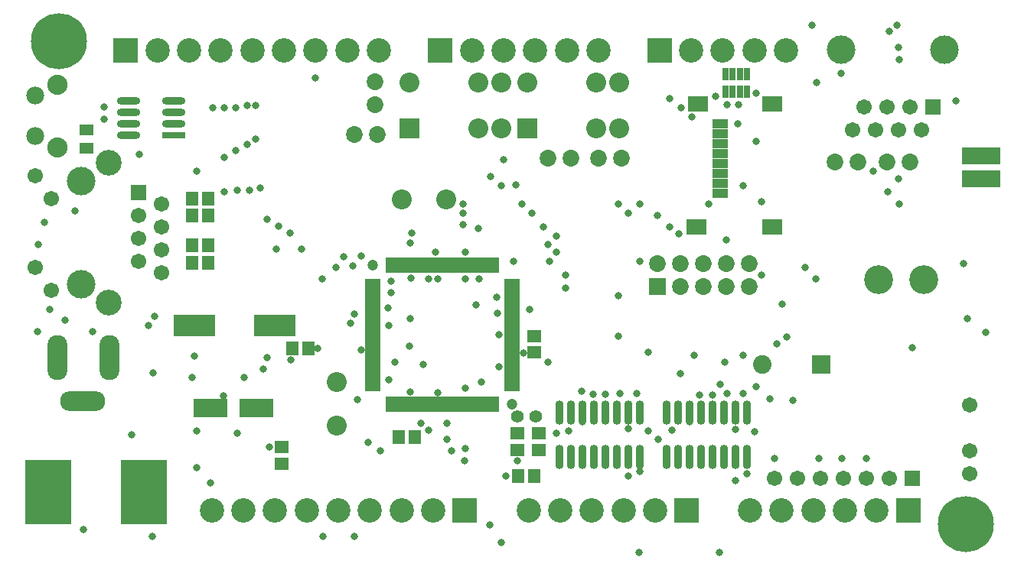
<source format=gts>
%FSTAX24Y24*%
%MOIN*%
G70*
G01*
G75*
G04 Layer_Color=8388736*
%ADD10C,0.0100*%
%ADD11O,0.0276X0.0984*%
%ADD12R,0.0787X0.0571*%
%ADD13R,0.0591X0.0315*%
%ADD14R,0.0551X0.0472*%
%ADD15R,0.0472X0.0551*%
%ADD16R,0.0118X0.0591*%
%ADD17R,0.0591X0.0118*%
%ADD18C,0.0394*%
%ADD19R,0.0472X0.0532*%
%ADD20R,0.0532X0.0472*%
%ADD21R,0.1969X0.2756*%
%ADD22R,0.1732X0.0866*%
%ADD23R,0.1378X0.0748*%
%ADD24R,0.0177X0.0453*%
%ADD25R,0.1575X0.0670*%
%ADD26R,0.0945X0.0236*%
%ADD27O,0.0945X0.0236*%
%ADD28R,0.0512X0.0394*%
%ADD29C,0.0300*%
%ADD30C,0.0120*%
%ADD31C,0.0472*%
%ADD32C,0.0984*%
%ADD33R,0.0984X0.0984*%
%ADD34C,0.0650*%
%ADD35C,0.1161*%
%ADD36C,0.0591*%
%ADD37R,0.0591X0.0591*%
%ADD38C,0.0591*%
%ADD39R,0.0591X0.0591*%
%ADD40C,0.1181*%
%ADD41C,0.0787*%
%ADD42R,0.0728X0.0728*%
%ADD43C,0.0728*%
%ADD44R,0.0650X0.0650*%
%ADD45R,0.0787X0.0787*%
%ADD46C,0.1043*%
%ADD47R,0.0591X0.0591*%
%ADD48O,0.1890X0.0787*%
%ADD49O,0.0787X0.1890*%
%ADD50C,0.0700*%
%ADD51C,0.0800*%
%ADD52C,0.2362*%
%ADD53C,0.0240*%
%ADD54R,0.0374X0.0335*%
%ADD55O,0.0866X0.0236*%
%ADD56O,0.0709X0.0177*%
%ADD57O,0.0236X0.0906*%
%ADD58R,0.1634X0.0374*%
%ADD59R,0.3701X0.3228*%
%ADD60R,0.0906X0.0906*%
%ADD61R,0.0472X0.0256*%
%ADD62C,0.0200*%
%ADD63O,0.0356X0.1064*%
%ADD64R,0.0867X0.0651*%
%ADD65R,0.0671X0.0395*%
%ADD66R,0.0631X0.0552*%
%ADD67R,0.0552X0.0631*%
%ADD68R,0.0198X0.0671*%
%ADD69R,0.0671X0.0198*%
%ADD70C,0.0474*%
%ADD71R,0.0552X0.0612*%
%ADD72R,0.0612X0.0552*%
%ADD73R,0.2049X0.2836*%
%ADD74R,0.1812X0.0946*%
%ADD75R,0.1458X0.0828*%
%ADD76R,0.0257X0.0533*%
%ADD77R,0.1655X0.0750*%
%ADD78R,0.1025X0.0316*%
%ADD79O,0.1025X0.0316*%
%ADD80R,0.0592X0.0474*%
%ADD81C,0.0552*%
%ADD82C,0.1064*%
%ADD83R,0.1064X0.1064*%
%ADD84C,0.0730*%
%ADD85C,0.1241*%
%ADD86C,0.0671*%
%ADD87R,0.0671X0.0671*%
%ADD88C,0.0671*%
%ADD89R,0.0671X0.0671*%
%ADD90C,0.1261*%
%ADD91C,0.0867*%
%ADD92R,0.0808X0.0808*%
%ADD93C,0.0808*%
%ADD94R,0.0730X0.0730*%
%ADD95R,0.0867X0.0867*%
%ADD96C,0.1123*%
%ADD97R,0.0671X0.0671*%
%ADD98O,0.1970X0.0867*%
%ADD99O,0.0867X0.1970*%
%ADD100C,0.0780*%
%ADD101C,0.0880*%
%ADD102C,0.2442*%
%ADD103C,0.0320*%
D63*
X0443Y018685D02*
D03*
X0448D02*
D03*
X0453D02*
D03*
X0458D02*
D03*
X0463D02*
D03*
X0468D02*
D03*
X0473D02*
D03*
X0478D02*
D03*
X0443Y020615D02*
D03*
X0448D02*
D03*
X0453D02*
D03*
X0458D02*
D03*
X0463D02*
D03*
X0468D02*
D03*
X0473D02*
D03*
X0478D02*
D03*
X04895Y018677D02*
D03*
X04945D02*
D03*
X04995D02*
D03*
X05045D02*
D03*
X05095D02*
D03*
X05145D02*
D03*
X05195D02*
D03*
X05245D02*
D03*
X04895Y020606D02*
D03*
X04945D02*
D03*
X04995D02*
D03*
X05045D02*
D03*
X05095D02*
D03*
X05145D02*
D03*
X05195D02*
D03*
X05245D02*
D03*
D64*
X050316Y034074D02*
D03*
X053544D02*
D03*
X050276Y02872D02*
D03*
X053544D02*
D03*
D65*
X0513Y031033D02*
D03*
Y030167D02*
D03*
Y033198D02*
D03*
Y031899D02*
D03*
Y0306D02*
D03*
Y031466D02*
D03*
Y032332D02*
D03*
Y032765D02*
D03*
D66*
X04245Y019704D02*
D03*
Y018996D02*
D03*
X0434Y019704D02*
D03*
Y018996D02*
D03*
D67*
X043204Y01785D02*
D03*
X042496D02*
D03*
D68*
X041562Y027032D02*
D03*
X041365D02*
D03*
X041168D02*
D03*
X040972D02*
D03*
X040775D02*
D03*
X040578D02*
D03*
X040381D02*
D03*
X040184D02*
D03*
X039987D02*
D03*
X039791D02*
D03*
X039594D02*
D03*
X039397D02*
D03*
X0392D02*
D03*
X039003D02*
D03*
X038806D02*
D03*
X038609D02*
D03*
X038413D02*
D03*
X038216D02*
D03*
X038019D02*
D03*
X037822D02*
D03*
X037625D02*
D03*
X037428D02*
D03*
X037232D02*
D03*
X037035D02*
D03*
X036838D02*
D03*
Y020968D02*
D03*
X037035D02*
D03*
X037232D02*
D03*
X037428D02*
D03*
X037625D02*
D03*
X037822D02*
D03*
X038019D02*
D03*
X038216D02*
D03*
X038413D02*
D03*
X038609D02*
D03*
X038806D02*
D03*
X039003D02*
D03*
X0392D02*
D03*
X039397D02*
D03*
X039594D02*
D03*
X039791D02*
D03*
X039987D02*
D03*
X040184D02*
D03*
X040381D02*
D03*
X040578D02*
D03*
X040775D02*
D03*
X040972D02*
D03*
X041168D02*
D03*
X041365D02*
D03*
X041562D02*
D03*
D69*
X036168Y026362D02*
D03*
Y026165D02*
D03*
Y025968D02*
D03*
Y025772D02*
D03*
Y025575D02*
D03*
Y025378D02*
D03*
Y025181D02*
D03*
Y024984D02*
D03*
Y024787D02*
D03*
Y024591D02*
D03*
Y024394D02*
D03*
Y024197D02*
D03*
Y024D02*
D03*
Y023803D02*
D03*
Y023606D02*
D03*
Y023409D02*
D03*
Y023213D02*
D03*
Y023016D02*
D03*
Y022819D02*
D03*
Y022622D02*
D03*
Y022425D02*
D03*
Y022228D02*
D03*
Y022032D02*
D03*
Y021835D02*
D03*
Y021638D02*
D03*
X042231D02*
D03*
Y021835D02*
D03*
Y022032D02*
D03*
Y022228D02*
D03*
Y022425D02*
D03*
Y022622D02*
D03*
Y022819D02*
D03*
Y023016D02*
D03*
Y023213D02*
D03*
Y023409D02*
D03*
Y023606D02*
D03*
Y023803D02*
D03*
Y024D02*
D03*
Y024197D02*
D03*
Y024394D02*
D03*
Y024591D02*
D03*
Y024787D02*
D03*
Y024984D02*
D03*
Y025181D02*
D03*
Y025378D02*
D03*
Y025575D02*
D03*
Y025772D02*
D03*
Y025968D02*
D03*
Y026165D02*
D03*
Y026362D02*
D03*
D70*
X036168Y027032D02*
D03*
X042231Y020968D02*
D03*
D71*
X029Y0279D02*
D03*
X028291D02*
D03*
X029Y02715D02*
D03*
X028291D02*
D03*
X033354Y0234D02*
D03*
X032646D02*
D03*
X029Y02995D02*
D03*
X028291D02*
D03*
X029Y0292D02*
D03*
X028291D02*
D03*
X037296Y01955D02*
D03*
X038004D02*
D03*
D72*
X0432Y023246D02*
D03*
Y023954D02*
D03*
X0322Y0191D02*
D03*
Y018391D02*
D03*
D73*
X022013Y01715D02*
D03*
X026187D02*
D03*
D74*
X028398Y0244D02*
D03*
X031902D02*
D03*
D75*
X029096Y0208D02*
D03*
X031104D02*
D03*
D76*
X051835Y035368D02*
D03*
X05152D02*
D03*
Y0346D02*
D03*
X051835D02*
D03*
X05215D02*
D03*
X052465D02*
D03*
Y035368D02*
D03*
X05215D02*
D03*
D77*
X06265Y0308D02*
D03*
Y0318D02*
D03*
D78*
X027484Y0327D02*
D03*
D79*
Y0332D02*
D03*
Y0337D02*
D03*
Y0342D02*
D03*
X025516Y0327D02*
D03*
Y0332D02*
D03*
Y0337D02*
D03*
Y0342D02*
D03*
D80*
X0237Y032944D02*
D03*
Y032156D02*
D03*
D81*
X04325Y02045D02*
D03*
X042463D02*
D03*
D82*
X053966Y01635D02*
D03*
X056722D02*
D03*
X052588D02*
D03*
X055344D02*
D03*
X0581D02*
D03*
X044328D02*
D03*
X047084D02*
D03*
X04295D02*
D03*
X045706D02*
D03*
X048462D02*
D03*
X026778Y0364D02*
D03*
X029534D02*
D03*
X03229D02*
D03*
X033668D02*
D03*
X028156D02*
D03*
X035046D02*
D03*
X030912D02*
D03*
X036424D02*
D03*
X03879Y01635D02*
D03*
X036034D02*
D03*
X033278D02*
D03*
X0319D02*
D03*
X037412D02*
D03*
X030522D02*
D03*
X034656D02*
D03*
X029144D02*
D03*
X044612Y0364D02*
D03*
X041856D02*
D03*
X04599D02*
D03*
X043234D02*
D03*
X040478D02*
D03*
X050028D02*
D03*
X052784D02*
D03*
X051406D02*
D03*
X054162D02*
D03*
D83*
X059478Y01635D02*
D03*
X04984D02*
D03*
X0254Y0364D02*
D03*
X040168Y01635D02*
D03*
X0391Y0364D02*
D03*
X04865D02*
D03*
D84*
X0573Y031548D02*
D03*
X0563D02*
D03*
X05955D02*
D03*
X05855D02*
D03*
X047Y0317D02*
D03*
X046D02*
D03*
X0438D02*
D03*
X0448D02*
D03*
X03625Y03505D02*
D03*
Y03405D02*
D03*
X03535Y03275D02*
D03*
X03635D02*
D03*
X05255Y0271D02*
D03*
Y0261D02*
D03*
X05155Y0271D02*
D03*
Y0261D02*
D03*
X05055Y0271D02*
D03*
Y0261D02*
D03*
X04955Y0271D02*
D03*
Y0261D02*
D03*
X04855Y0271D02*
D03*
D85*
X05655Y036448D02*
D03*
X06105D02*
D03*
X02347Y0262D02*
D03*
Y0307D02*
D03*
D86*
X05955Y033948D02*
D03*
X05855D02*
D03*
X05905Y032948D02*
D03*
X05805D02*
D03*
X05755Y033948D02*
D03*
X06005Y032948D02*
D03*
X05705D02*
D03*
X02597Y0292D02*
D03*
Y0282D02*
D03*
X02697Y0287D02*
D03*
Y0277D02*
D03*
X02597Y0272D02*
D03*
X02697Y0297D02*
D03*
Y0267D02*
D03*
X02215Y02595D02*
D03*
X02147Y02695D02*
D03*
X02215Y02995D02*
D03*
X02147Y03095D02*
D03*
D87*
X06055Y033948D02*
D03*
D88*
X05765Y01775D02*
D03*
X05865D02*
D03*
X05665D02*
D03*
X05565D02*
D03*
X05465D02*
D03*
X05365D02*
D03*
X06215Y01795D02*
D03*
Y01895D02*
D03*
Y02095D02*
D03*
D89*
X05965Y01775D02*
D03*
D90*
X06015Y0264D02*
D03*
X058182D02*
D03*
D91*
X0346Y021961D02*
D03*
Y020039D02*
D03*
X039361Y0299D02*
D03*
X037439D02*
D03*
X0459Y033D02*
D03*
X0469D02*
D03*
X0429Y035D02*
D03*
X0459D02*
D03*
X0469D02*
D03*
X04175D02*
D03*
X04075D02*
D03*
X03775D02*
D03*
X04175Y033D02*
D03*
X04075D02*
D03*
D92*
X05568Y0227D02*
D03*
D93*
X05312D02*
D03*
D94*
X04855Y0261D02*
D03*
D95*
X0429Y033D02*
D03*
X03775D02*
D03*
D96*
X02467Y0254D02*
D03*
Y0315D02*
D03*
D97*
X02597Y0302D02*
D03*
D98*
X023523Y02111D02*
D03*
D99*
X022421Y023D02*
D03*
X024704D02*
D03*
D100*
X02146Y034435D02*
D03*
Y032665D02*
D03*
D101*
X02244Y03493D02*
D03*
Y03217D02*
D03*
D102*
X0225Y0368D02*
D03*
X062Y01575D02*
D03*
D103*
X0555Y035D02*
D03*
X05865Y03725D02*
D03*
X05655Y0354D02*
D03*
X0619Y0271D02*
D03*
X03395Y02645D02*
D03*
X0352Y0245D02*
D03*
X02445Y0334D02*
D03*
Y03395D02*
D03*
X03535Y0152D02*
D03*
X034D02*
D03*
X03535Y0249D02*
D03*
X05445Y02115D02*
D03*
X05545Y02645D02*
D03*
X055Y02695D02*
D03*
X06285Y0241D02*
D03*
X0491Y0343D02*
D03*
X0496Y0339D02*
D03*
X05285Y03455D02*
D03*
X0521Y03405D02*
D03*
X0516D02*
D03*
X0511Y0344D02*
D03*
X0285Y03115D02*
D03*
X025991Y031891D02*
D03*
X0232Y0294D02*
D03*
X02185Y0289D02*
D03*
X0216Y02795D02*
D03*
X02275Y02465D02*
D03*
X02155Y02415D02*
D03*
X02395D02*
D03*
X0221Y0251D02*
D03*
X0264Y0244D02*
D03*
X0314Y0225D02*
D03*
X0365Y01895D02*
D03*
X038609Y019859D02*
D03*
X02665Y0248D02*
D03*
X03155Y023D02*
D03*
X03595Y0193D02*
D03*
X03825Y02015D02*
D03*
X0266Y02235D02*
D03*
X03195Y02775D02*
D03*
Y02455D02*
D03*
X028291Y02995D02*
D03*
Y0292D02*
D03*
Y02715D02*
D03*
Y0279D02*
D03*
X03565Y02335D02*
D03*
X033759Y023409D02*
D03*
X02595Y016881D02*
D03*
X02355Y0155D02*
D03*
X028481Y018219D02*
D03*
Y019819D02*
D03*
X02655Y0152D02*
D03*
X03165Y0191D02*
D03*
X0523Y021441D02*
D03*
X051591Y02145D02*
D03*
X05095Y021391D02*
D03*
X0504D02*
D03*
X05195Y019891D02*
D03*
X04995Y0202D02*
D03*
X037822Y026472D02*
D03*
X039003Y021497D02*
D03*
X039Y02645D02*
D03*
X0378Y0215D02*
D03*
X0416Y02495D02*
D03*
X04165Y024D02*
D03*
X042737Y023213D02*
D03*
X04155Y02565D02*
D03*
X0386Y02645D02*
D03*
X0378Y0247D02*
D03*
X03685Y0244D02*
D03*
X03775Y0235D02*
D03*
X037131Y022819D02*
D03*
X03835Y0227D02*
D03*
X0408Y02645D02*
D03*
X04065Y0253D02*
D03*
X040184Y021684D02*
D03*
X041672Y022622D02*
D03*
X0409Y02195D02*
D03*
X03105Y034D02*
D03*
Y03255D02*
D03*
X0307Y034D02*
D03*
Y0323D02*
D03*
X0302Y0339D02*
D03*
Y03205D02*
D03*
X0297Y0339D02*
D03*
Y03175D02*
D03*
X03305Y02775D02*
D03*
X03255Y02845D02*
D03*
X03205Y02875D02*
D03*
X03155Y02905D02*
D03*
X0326Y0229D02*
D03*
X03125Y0304D02*
D03*
X0308Y0303D02*
D03*
X03025D02*
D03*
X0297Y03025D02*
D03*
X0355Y021168D02*
D03*
X04955Y0223D02*
D03*
X0523Y0231D02*
D03*
X05015D02*
D03*
X04815Y02325D02*
D03*
X04075Y02865D02*
D03*
X0401Y0288D02*
D03*
X0389Y0276D02*
D03*
X0402D02*
D03*
X0401Y0293D02*
D03*
Y0297D02*
D03*
X0402Y02645D02*
D03*
X036962Y026362D02*
D03*
X03695Y02585D02*
D03*
X03565Y02745D02*
D03*
X0353Y027D02*
D03*
X0349Y0274D02*
D03*
X036831Y025181D02*
D03*
X03455Y02695D02*
D03*
X04455Y0266D02*
D03*
X0292Y0339D02*
D03*
X02565Y01965D02*
D03*
X0284Y023096D02*
D03*
X03025Y0197D02*
D03*
X0291Y01755D02*
D03*
X0283Y02215D02*
D03*
X03055D02*
D03*
X03365Y0352D02*
D03*
X02965Y021354D02*
D03*
X03685Y02205D02*
D03*
X039397Y020153D02*
D03*
X0394Y01945D02*
D03*
X0396Y01895D02*
D03*
X04015Y0185D02*
D03*
X0402Y01905D02*
D03*
X04245Y0185D02*
D03*
X04195Y01785D02*
D03*
X04685Y02395D02*
D03*
Y0257D02*
D03*
X0378Y028D02*
D03*
X043Y0251D02*
D03*
X03785Y02845D02*
D03*
X0438Y0228D02*
D03*
X04815Y0198D02*
D03*
X0453Y0202D02*
D03*
X0473Y0199D02*
D03*
X04575Y0214D02*
D03*
X0463D02*
D03*
X046941Y021459D02*
D03*
X04765Y02145D02*
D03*
X0478Y01805D02*
D03*
X04775Y0145D02*
D03*
X0473Y01785D02*
D03*
X05195Y01765D02*
D03*
X05245Y01795D02*
D03*
X05125Y0145D02*
D03*
X0528Y019791D02*
D03*
X058999Y037525D02*
D03*
X059099Y036025D02*
D03*
X059062Y036538D02*
D03*
X04415Y0197D02*
D03*
X0515Y0228D02*
D03*
X04525Y02155D02*
D03*
X0447Y0198D02*
D03*
X054Y02535D02*
D03*
X05375Y0236D02*
D03*
X0542Y0239D02*
D03*
X0413Y0309D02*
D03*
X04185Y03165D02*
D03*
X04175Y0305D02*
D03*
X0424Y03055D02*
D03*
X0523Y0305D02*
D03*
X052048Y033198D02*
D03*
X05285Y03245D02*
D03*
X05005Y0335D02*
D03*
X0531Y0266D02*
D03*
X05285Y02175D02*
D03*
X0513Y02185D02*
D03*
X04265Y0297D02*
D03*
X04685D02*
D03*
X0431Y0293D02*
D03*
X0473D02*
D03*
X04415Y0276D02*
D03*
X0438Y02795D02*
D03*
X05155Y02815D02*
D03*
X04415Y0283D02*
D03*
X0436Y0287D02*
D03*
X0486Y01945D02*
D03*
X0492Y01985D02*
D03*
X06205Y0247D02*
D03*
X0491Y0287D02*
D03*
X0495Y0284D02*
D03*
X0423Y0272D02*
D03*
X04385D02*
D03*
X0478D02*
D03*
Y0297D02*
D03*
X0508D02*
D03*
X04855Y0292D02*
D03*
X05905Y0308D02*
D03*
X05795Y03115D02*
D03*
X0586Y03025D02*
D03*
X0591Y0297D02*
D03*
X06155Y0342D02*
D03*
X0553Y0375D02*
D03*
X04455Y02605D02*
D03*
X0531Y0298D02*
D03*
X04175Y01495D02*
D03*
X0566Y018611D02*
D03*
X05765Y018617D02*
D03*
X04125Y0157D02*
D03*
X0556Y018611D02*
D03*
X05365D02*
D03*
X05345Y0212D02*
D03*
X05965Y02345D02*
D03*
M02*

</source>
